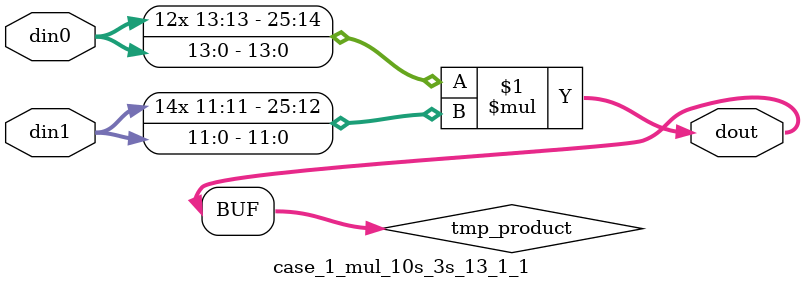
<source format=v>

`timescale 1 ns / 1 ps

 (* use_dsp = "no" *)  module case_1_mul_10s_3s_13_1_1(din0, din1, dout);
parameter ID = 1;
parameter NUM_STAGE = 0;
parameter din0_WIDTH = 14;
parameter din1_WIDTH = 12;
parameter dout_WIDTH = 26;

input [din0_WIDTH - 1 : 0] din0; 
input [din1_WIDTH - 1 : 0] din1; 
output [dout_WIDTH - 1 : 0] dout;

wire signed [dout_WIDTH - 1 : 0] tmp_product;



























assign tmp_product = $signed(din0) * $signed(din1);








assign dout = tmp_product;





















endmodule

</source>
